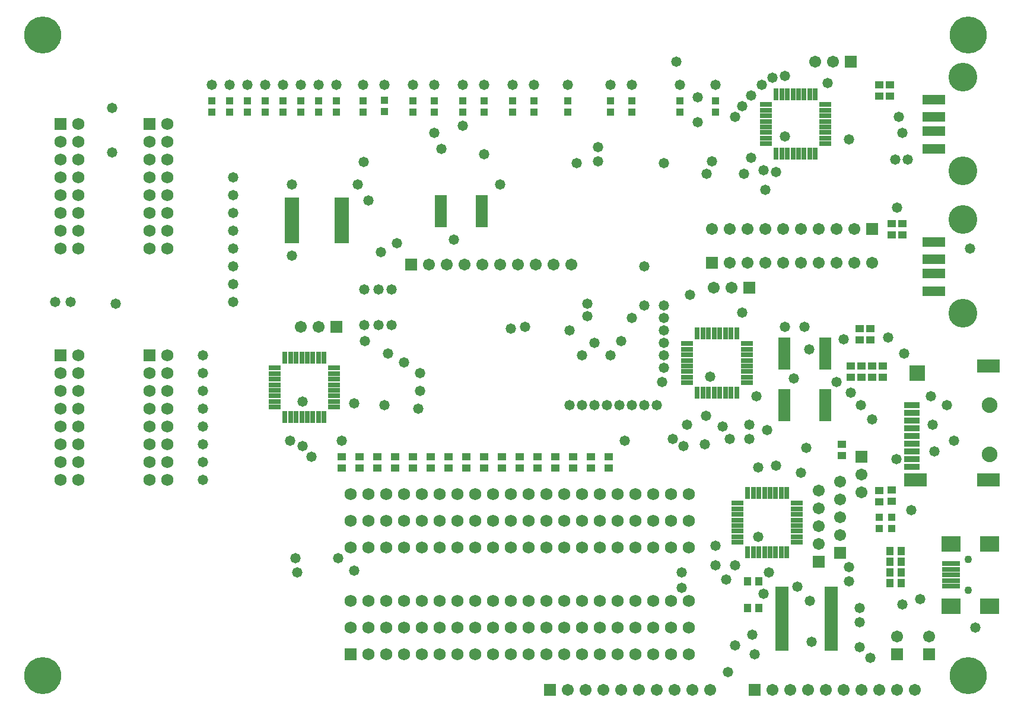
<source format=gts>
G04*
G04 #@! TF.GenerationSoftware,Altium Limited,Altium Designer,22.3.1 (43)*
G04*
G04 Layer_Color=8388736*
%FSLAX25Y25*%
%MOIN*%
G70*
G04*
G04 #@! TF.SameCoordinates,CC72978B-6F05-4AE3-AFEB-50B74E8C7AD0*
G04*
G04*
G04 #@! TF.FilePolarity,Negative*
G04*
G01*
G75*
%ADD32R,0.03162X0.06607*%
%ADD33R,0.06607X0.03162*%
%ADD34R,0.06607X0.02572*%
%ADD35R,0.12800X0.05524*%
%ADD36R,0.08674X0.03556*%
%ADD37R,0.12800X0.07800*%
%ADD38R,0.08674X0.08674*%
%ADD39R,0.12800X0.07800*%
%ADD40R,0.03950X0.03950*%
%ADD41R,0.03950X0.04540*%
%ADD42R,0.04540X0.03950*%
%ADD43R,0.07887X0.02572*%
%ADD44R,0.07493X0.02572*%
%ADD45R,0.09855X0.02769*%
%ADD46R,0.10642X0.08674*%
%ADD47C,0.06706*%
%ADD48R,0.06706X0.06706*%
%ADD49C,0.06800*%
%ADD50R,0.06800X0.06800*%
%ADD51C,0.16154*%
%ADD52C,0.08800*%
%ADD53C,0.06706*%
%ADD54R,0.06706X0.06706*%
%ADD55R,0.06706X0.06706*%
%ADD56R,0.06800X0.06800*%
%ADD57C,0.04343*%
%ADD58R,0.06706X0.06706*%
%ADD59C,0.20800*%
%ADD60C,0.05800*%
D32*
X441425Y346685D02*
D03*
X431976Y313315D02*
D03*
X435126D02*
D03*
X438276D02*
D03*
X441425D02*
D03*
X444575D02*
D03*
X447724D02*
D03*
X450874D02*
D03*
X454024D02*
D03*
Y346685D02*
D03*
X450874D02*
D03*
X447724D02*
D03*
X444575D02*
D03*
X438276D02*
D03*
X435126D02*
D03*
X431976D02*
D03*
X155976Y198685D02*
D03*
X159126D02*
D03*
X162276D02*
D03*
X168575D02*
D03*
X171724D02*
D03*
X174874D02*
D03*
X178024D02*
D03*
Y165315D02*
D03*
X174874D02*
D03*
X171724D02*
D03*
X168575D02*
D03*
X165425D02*
D03*
X162276D02*
D03*
X159126D02*
D03*
X155976D02*
D03*
X165425Y198685D02*
D03*
X415976Y122685D02*
D03*
X419126D02*
D03*
X422276D02*
D03*
X428575D02*
D03*
X431724D02*
D03*
X434874D02*
D03*
X438024D02*
D03*
Y89315D02*
D03*
X434874D02*
D03*
X431724D02*
D03*
X428575D02*
D03*
X425425D02*
D03*
X422276D02*
D03*
X419126D02*
D03*
X415976D02*
D03*
X425425Y122685D02*
D03*
X397150Y212370D02*
D03*
X387701Y179000D02*
D03*
X390850D02*
D03*
X394000D02*
D03*
X397150D02*
D03*
X400299D02*
D03*
X403449D02*
D03*
X406598D02*
D03*
X409748D02*
D03*
Y212370D02*
D03*
X406598D02*
D03*
X403449D02*
D03*
X400299D02*
D03*
X394000D02*
D03*
X390850D02*
D03*
X387701D02*
D03*
D33*
X459685Y325276D02*
D03*
X426315Y341024D02*
D03*
Y337874D02*
D03*
Y334724D02*
D03*
Y331575D02*
D03*
Y328425D02*
D03*
Y325276D02*
D03*
Y322126D02*
D03*
Y318976D02*
D03*
X459685D02*
D03*
Y322126D02*
D03*
Y328425D02*
D03*
Y331575D02*
D03*
Y334724D02*
D03*
Y337874D02*
D03*
Y341024D02*
D03*
X183685Y193024D02*
D03*
Y189874D02*
D03*
Y186724D02*
D03*
Y183575D02*
D03*
Y180425D02*
D03*
Y174126D02*
D03*
Y170976D02*
D03*
X150315D02*
D03*
Y174126D02*
D03*
Y177276D02*
D03*
Y180425D02*
D03*
Y183575D02*
D03*
Y186724D02*
D03*
Y189874D02*
D03*
Y193024D02*
D03*
X183685Y177276D02*
D03*
X443685Y117024D02*
D03*
Y113874D02*
D03*
Y110724D02*
D03*
Y107575D02*
D03*
Y104425D02*
D03*
Y98126D02*
D03*
Y94976D02*
D03*
X410315Y98126D02*
D03*
Y101276D02*
D03*
Y104425D02*
D03*
Y107575D02*
D03*
Y110724D02*
D03*
Y113874D02*
D03*
Y117024D02*
D03*
X443685Y101276D02*
D03*
X410315Y94976D02*
D03*
X415410Y190961D02*
D03*
X382039Y206709D02*
D03*
Y203559D02*
D03*
Y200409D02*
D03*
Y197260D02*
D03*
Y194110D02*
D03*
Y190961D02*
D03*
Y187811D02*
D03*
Y184661D02*
D03*
X415410D02*
D03*
Y187811D02*
D03*
Y194110D02*
D03*
Y197260D02*
D03*
Y200409D02*
D03*
Y203559D02*
D03*
Y206709D02*
D03*
D34*
X459567Y179677D02*
D03*
Y164323D02*
D03*
Y166882D02*
D03*
Y169441D02*
D03*
Y172000D02*
D03*
Y174559D02*
D03*
Y177118D02*
D03*
X436433Y179677D02*
D03*
Y177118D02*
D03*
Y174559D02*
D03*
Y172000D02*
D03*
Y169441D02*
D03*
Y166882D02*
D03*
Y164323D02*
D03*
X459567Y208677D02*
D03*
Y193323D02*
D03*
Y195882D02*
D03*
Y198441D02*
D03*
Y201000D02*
D03*
Y203559D02*
D03*
Y206118D02*
D03*
X436433Y208677D02*
D03*
Y206118D02*
D03*
Y203559D02*
D03*
Y201000D02*
D03*
Y198441D02*
D03*
Y195882D02*
D03*
Y193323D02*
D03*
X266567Y288677D02*
D03*
Y286118D02*
D03*
Y283559D02*
D03*
Y281000D02*
D03*
Y278441D02*
D03*
Y275882D02*
D03*
Y273323D02*
D03*
X243433Y275882D02*
D03*
Y278441D02*
D03*
Y281000D02*
D03*
Y283559D02*
D03*
Y286118D02*
D03*
Y288677D02*
D03*
Y273323D02*
D03*
D35*
X520500Y333937D02*
D03*
Y343779D02*
D03*
Y326063D02*
D03*
Y316220D02*
D03*
Y253937D02*
D03*
Y263779D02*
D03*
Y246063D02*
D03*
Y236221D02*
D03*
D36*
X508152Y137500D02*
D03*
Y141808D02*
D03*
Y146139D02*
D03*
Y154800D02*
D03*
Y159131D02*
D03*
Y163462D02*
D03*
X508181Y172124D02*
D03*
Y167793D02*
D03*
X508152Y150470D02*
D03*
D37*
X551348Y194000D02*
D03*
Y130000D02*
D03*
D38*
X511348Y190000D02*
D03*
D39*
X510120Y130000D02*
D03*
D40*
X256000Y336850D02*
D03*
Y343150D02*
D03*
X200000Y336850D02*
D03*
Y343150D02*
D03*
X228000Y336850D02*
D03*
Y343150D02*
D03*
X378000Y336850D02*
D03*
Y343150D02*
D03*
X185000Y336850D02*
D03*
Y343150D02*
D03*
X175000Y336850D02*
D03*
Y343150D02*
D03*
X125000Y336850D02*
D03*
Y343150D02*
D03*
X155000Y336850D02*
D03*
Y343150D02*
D03*
X115000Y336850D02*
D03*
Y343150D02*
D03*
X165000Y336850D02*
D03*
Y343150D02*
D03*
X398000Y336850D02*
D03*
Y343150D02*
D03*
X135000Y336850D02*
D03*
Y343150D02*
D03*
X145000Y336850D02*
D03*
Y343150D02*
D03*
X268000Y336850D02*
D03*
Y343150D02*
D03*
X240000Y336850D02*
D03*
Y343150D02*
D03*
X296000Y336850D02*
D03*
Y343150D02*
D03*
X212000Y337000D02*
D03*
Y343299D02*
D03*
X284000Y336850D02*
D03*
Y343150D02*
D03*
X315000Y336850D02*
D03*
Y343150D02*
D03*
X490000Y102850D02*
D03*
Y109150D02*
D03*
X497000Y102850D02*
D03*
Y109150D02*
D03*
X339000Y336850D02*
D03*
Y343150D02*
D03*
X351000Y336850D02*
D03*
Y343150D02*
D03*
D41*
X495850Y78000D02*
D03*
X502150D02*
D03*
X415850Y58000D02*
D03*
X422150D02*
D03*
X415850Y73000D02*
D03*
X422150D02*
D03*
X502150Y90000D02*
D03*
X495850D02*
D03*
X502150Y84000D02*
D03*
X495850D02*
D03*
Y72000D02*
D03*
X502150D02*
D03*
D42*
X486000Y194150D02*
D03*
Y187850D02*
D03*
X480000Y194150D02*
D03*
Y187850D02*
D03*
X497000Y118000D02*
D03*
Y124299D02*
D03*
X188000Y143150D02*
D03*
Y136850D02*
D03*
X490000Y117850D02*
D03*
Y124150D02*
D03*
X198000Y143150D02*
D03*
Y136850D02*
D03*
X208000Y143150D02*
D03*
Y136850D02*
D03*
X268000D02*
D03*
Y143150D02*
D03*
X228000D02*
D03*
Y136850D02*
D03*
X218000Y143150D02*
D03*
Y136850D02*
D03*
X248000Y143150D02*
D03*
Y136850D02*
D03*
X238000Y143150D02*
D03*
Y136850D02*
D03*
X338000D02*
D03*
Y143150D02*
D03*
X258000D02*
D03*
Y136850D02*
D03*
X298000D02*
D03*
Y143150D02*
D03*
X308000Y136850D02*
D03*
Y143150D02*
D03*
X278000Y136850D02*
D03*
Y143150D02*
D03*
X288000Y136850D02*
D03*
Y143150D02*
D03*
X328000Y136850D02*
D03*
Y143150D02*
D03*
X318000Y136850D02*
D03*
Y143150D02*
D03*
X469000Y150150D02*
D03*
Y143850D02*
D03*
X474000Y194150D02*
D03*
Y187850D02*
D03*
X496000Y352150D02*
D03*
Y345850D02*
D03*
X492000Y194150D02*
D03*
Y187850D02*
D03*
X485000Y215150D02*
D03*
Y208850D02*
D03*
X503000Y274150D02*
D03*
Y267850D02*
D03*
X490000Y352150D02*
D03*
Y345850D02*
D03*
X479000Y215150D02*
D03*
Y208850D02*
D03*
X497000Y274150D02*
D03*
Y267850D02*
D03*
D43*
X187976Y287516D02*
D03*
Y282398D02*
D03*
Y279839D02*
D03*
Y277279D02*
D03*
Y274721D02*
D03*
Y272161D02*
D03*
Y269602D02*
D03*
Y267043D02*
D03*
Y264484D02*
D03*
X160024Y267043D02*
D03*
Y269602D02*
D03*
Y272161D02*
D03*
Y274721D02*
D03*
Y277279D02*
D03*
Y279839D02*
D03*
Y282398D02*
D03*
Y284957D02*
D03*
X187976D02*
D03*
X160024Y287516D02*
D03*
Y264484D02*
D03*
D44*
X435220Y66075D02*
D03*
Y53280D02*
D03*
X462780Y43043D02*
D03*
Y50721D02*
D03*
Y60957D02*
D03*
Y63516D02*
D03*
Y68634D02*
D03*
Y66075D02*
D03*
Y58398D02*
D03*
Y55839D02*
D03*
Y53280D02*
D03*
Y48161D02*
D03*
Y45602D02*
D03*
Y40484D02*
D03*
Y37925D02*
D03*
Y35366D02*
D03*
X435220D02*
D03*
Y37925D02*
D03*
Y40484D02*
D03*
Y43043D02*
D03*
Y45602D02*
D03*
Y48161D02*
D03*
Y50721D02*
D03*
Y55839D02*
D03*
Y58398D02*
D03*
Y60957D02*
D03*
Y63516D02*
D03*
Y68634D02*
D03*
D45*
X530158Y76661D02*
D03*
Y73512D02*
D03*
Y70362D02*
D03*
Y79811D02*
D03*
Y82961D02*
D03*
D46*
X551811Y94181D02*
D03*
Y59142D02*
D03*
X530158Y94181D02*
D03*
Y59142D02*
D03*
D47*
X500000Y42000D02*
D03*
X518000D02*
D03*
X395000Y12000D02*
D03*
X345000D02*
D03*
X385000D02*
D03*
X335000D02*
D03*
X375000D02*
D03*
X325000D02*
D03*
X365000D02*
D03*
X315000D02*
D03*
X355000D02*
D03*
X510000Y12000D02*
D03*
X460000D02*
D03*
X500000D02*
D03*
X450000D02*
D03*
X490000D02*
D03*
X440000D02*
D03*
X480000D02*
D03*
X430000D02*
D03*
X470000D02*
D03*
X456000Y124000D02*
D03*
Y114000D02*
D03*
Y104000D02*
D03*
Y94000D02*
D03*
X396000Y271000D02*
D03*
X446000D02*
D03*
X406000D02*
D03*
X456000D02*
D03*
X416000D02*
D03*
X466000D02*
D03*
X426000D02*
D03*
X476000D02*
D03*
X436000D02*
D03*
X486000Y252000D02*
D03*
X436000D02*
D03*
X476000D02*
D03*
X426000D02*
D03*
X466000D02*
D03*
X416000D02*
D03*
X456000D02*
D03*
X406000D02*
D03*
X446000D02*
D03*
X317000Y251000D02*
D03*
X267000D02*
D03*
X307000D02*
D03*
X257000D02*
D03*
X297000D02*
D03*
X247000D02*
D03*
X287000D02*
D03*
X237000D02*
D03*
X277000D02*
D03*
X468000Y99000D02*
D03*
Y109000D02*
D03*
Y119000D02*
D03*
Y129000D02*
D03*
D48*
X500000Y32000D02*
D03*
X518000D02*
D03*
X305000Y12000D02*
D03*
X420000Y12000D02*
D03*
X486000Y271000D02*
D03*
X396000Y252000D02*
D03*
X227000Y251000D02*
D03*
D49*
X80000Y190000D02*
D03*
X90000Y200000D02*
D03*
X80000Y180000D02*
D03*
Y170000D02*
D03*
Y160000D02*
D03*
Y150000D02*
D03*
X90000Y190000D02*
D03*
Y180000D02*
D03*
Y170000D02*
D03*
Y160000D02*
D03*
Y150000D02*
D03*
Y140000D02*
D03*
Y130000D02*
D03*
X80000Y140000D02*
D03*
Y130000D02*
D03*
X30000Y190000D02*
D03*
X40000Y200000D02*
D03*
X30000Y180000D02*
D03*
Y170000D02*
D03*
Y160000D02*
D03*
Y150000D02*
D03*
X40000Y190000D02*
D03*
Y180000D02*
D03*
Y170000D02*
D03*
Y160000D02*
D03*
Y150000D02*
D03*
Y140000D02*
D03*
Y130000D02*
D03*
X30000Y140000D02*
D03*
Y130000D02*
D03*
Y320000D02*
D03*
X40000Y330000D02*
D03*
X30000Y310000D02*
D03*
Y300000D02*
D03*
Y290000D02*
D03*
Y280000D02*
D03*
X40000Y320000D02*
D03*
Y310000D02*
D03*
Y300000D02*
D03*
Y290000D02*
D03*
Y280000D02*
D03*
Y270000D02*
D03*
Y260000D02*
D03*
X30000D02*
D03*
Y270000D02*
D03*
X80000Y260000D02*
D03*
Y270000D02*
D03*
X90000Y260000D02*
D03*
Y270000D02*
D03*
Y280000D02*
D03*
Y290000D02*
D03*
Y300000D02*
D03*
Y310000D02*
D03*
Y320000D02*
D03*
X80000Y280000D02*
D03*
Y290000D02*
D03*
Y300000D02*
D03*
Y310000D02*
D03*
X90000Y330000D02*
D03*
X80000Y320000D02*
D03*
X193000Y92000D02*
D03*
X203000D02*
D03*
X213000D02*
D03*
X223000D02*
D03*
X233000D02*
D03*
X243000D02*
D03*
X253000D02*
D03*
X263000D02*
D03*
X273000D02*
D03*
X283000D02*
D03*
X293000D02*
D03*
X303000D02*
D03*
X313000D02*
D03*
X323000D02*
D03*
X333000D02*
D03*
X343000D02*
D03*
X193000Y62000D02*
D03*
X203000D02*
D03*
X213000D02*
D03*
X223000D02*
D03*
X233000D02*
D03*
X243000D02*
D03*
X253000D02*
D03*
X263000D02*
D03*
X273000D02*
D03*
X283000D02*
D03*
X293000D02*
D03*
X303000D02*
D03*
X313000D02*
D03*
X323000D02*
D03*
X333000D02*
D03*
X343000D02*
D03*
X353000D02*
D03*
X363000D02*
D03*
X373000D02*
D03*
X203000Y32000D02*
D03*
X213000D02*
D03*
X223000D02*
D03*
X233000D02*
D03*
X243000D02*
D03*
X253000D02*
D03*
X263000D02*
D03*
X273000D02*
D03*
X283000D02*
D03*
X293000D02*
D03*
X303000D02*
D03*
X313000D02*
D03*
X323000D02*
D03*
X333000D02*
D03*
X343000D02*
D03*
X353000D02*
D03*
X363000D02*
D03*
X233000Y122000D02*
D03*
X243000D02*
D03*
X253000D02*
D03*
X263000D02*
D03*
X273000D02*
D03*
X283000D02*
D03*
X293000D02*
D03*
X313000D02*
D03*
X323000D02*
D03*
X333000D02*
D03*
X343000D02*
D03*
X363000D02*
D03*
X373000D02*
D03*
X383000D02*
D03*
X373000Y32000D02*
D03*
X223000Y122000D02*
D03*
X213000D02*
D03*
X203000D02*
D03*
X193000D02*
D03*
X383000Y32000D02*
D03*
X193000Y47000D02*
D03*
X203000D02*
D03*
X213000D02*
D03*
X223000D02*
D03*
X233000D02*
D03*
X243000D02*
D03*
X253000D02*
D03*
X263000D02*
D03*
X273000D02*
D03*
X283000D02*
D03*
X293000D02*
D03*
X303000D02*
D03*
X313000D02*
D03*
X323000D02*
D03*
X333000D02*
D03*
X343000D02*
D03*
X353000D02*
D03*
X363000D02*
D03*
X373000D02*
D03*
X383000D02*
D03*
X193000Y107000D02*
D03*
X203000D02*
D03*
X213000D02*
D03*
X223000D02*
D03*
X233000D02*
D03*
X243000D02*
D03*
X253000D02*
D03*
X263000D02*
D03*
X273000D02*
D03*
X283000D02*
D03*
X293000D02*
D03*
X303000D02*
D03*
X313000D02*
D03*
X323000D02*
D03*
X333000D02*
D03*
X343000D02*
D03*
X353000D02*
D03*
X363000D02*
D03*
X373000D02*
D03*
X383000D02*
D03*
X303000Y122000D02*
D03*
X353000D02*
D03*
X383000Y92000D02*
D03*
X373000D02*
D03*
X383000Y62000D02*
D03*
X353000Y92000D02*
D03*
X363000D02*
D03*
D50*
X80000Y200000D02*
D03*
X30000D02*
D03*
Y330000D02*
D03*
X80000D02*
D03*
D51*
X536929Y356378D02*
D03*
Y303622D02*
D03*
Y276378D02*
D03*
Y223622D02*
D03*
D52*
X551848Y144500D02*
D03*
Y172000D02*
D03*
D53*
X175000Y216000D02*
D03*
X165000D02*
D03*
X464000Y365000D02*
D03*
X454000D02*
D03*
X397000Y238000D02*
D03*
X407000D02*
D03*
X480000Y123000D02*
D03*
Y133000D02*
D03*
D54*
X185000Y216000D02*
D03*
X474000Y365000D02*
D03*
X417000Y238000D02*
D03*
D55*
X456000Y84000D02*
D03*
X468000Y89000D02*
D03*
D56*
X193000Y32000D02*
D03*
D57*
X540000Y85323D02*
D03*
Y68000D02*
D03*
D58*
X480000Y143000D02*
D03*
D59*
X540000Y380000D02*
D03*
X20000D02*
D03*
X540000Y20000D02*
D03*
X20000D02*
D03*
D60*
X388000Y345000D02*
D03*
X59000Y314000D02*
D03*
Y339000D02*
D03*
X426000Y293000D02*
D03*
X392000Y150000D02*
D03*
X244000Y316000D02*
D03*
X256000Y329000D02*
D03*
X208500Y217000D02*
D03*
X200500D02*
D03*
X208500Y237000D02*
D03*
X200500D02*
D03*
X268000Y313000D02*
D03*
X212000Y172000D02*
D03*
X216000Y217000D02*
D03*
X214000Y201000D02*
D03*
X223000Y196000D02*
D03*
X231000Y170000D02*
D03*
X232000Y180000D02*
D03*
Y190000D02*
D03*
X320000Y308000D02*
D03*
X240000Y325000D02*
D03*
X326000Y222000D02*
D03*
X291000Y216000D02*
D03*
X283000Y215000D02*
D03*
X402000Y160000D02*
D03*
X382000Y161000D02*
D03*
X392500Y166000D02*
D03*
X406000Y153000D02*
D03*
X326000Y229000D02*
D03*
X369000Y308000D02*
D03*
X332000Y309000D02*
D03*
X358000Y250000D02*
D03*
X332000Y317000D02*
D03*
X376000Y365000D02*
D03*
X506000Y310000D02*
D03*
X388000Y331000D02*
D03*
X219000Y263000D02*
D03*
X216000Y237000D02*
D03*
X201000Y208000D02*
D03*
X195000Y173000D02*
D03*
X210000Y258000D02*
D03*
X203000Y287000D02*
D03*
X200235Y308765D02*
D03*
X277000Y296000D02*
D03*
X251000Y265000D02*
D03*
X398000Y352000D02*
D03*
X378000D02*
D03*
X351000D02*
D03*
X339000D02*
D03*
X315000D02*
D03*
X296000D02*
D03*
X284000D02*
D03*
X268000D02*
D03*
X256000D02*
D03*
X240000D02*
D03*
X228000D02*
D03*
X212000D02*
D03*
X200000D02*
D03*
X437000Y357000D02*
D03*
X430000Y356000D02*
D03*
X197000Y296000D02*
D03*
X160000D02*
D03*
Y256000D02*
D03*
X61000Y229000D02*
D03*
X35500Y230000D02*
D03*
X27000D02*
D03*
X127000D02*
D03*
X185000Y352000D02*
D03*
X175000D02*
D03*
X165000D02*
D03*
X155000D02*
D03*
X145000D02*
D03*
X135000D02*
D03*
X125000D02*
D03*
X115000D02*
D03*
X127000Y280000D02*
D03*
Y270000D02*
D03*
Y240000D02*
D03*
X396000Y309000D02*
D03*
X393000Y302000D02*
D03*
X413000Y340000D02*
D03*
X409000Y334000D02*
D03*
X418000Y346000D02*
D03*
X424000Y352000D02*
D03*
X383500Y234000D02*
D03*
X414000Y302000D02*
D03*
X418000Y311000D02*
D03*
X499000Y310000D02*
D03*
X425000Y304000D02*
D03*
X432000Y303000D02*
D03*
X503000Y325000D02*
D03*
X473000Y321500D02*
D03*
X461000Y353000D02*
D03*
X501000Y334000D02*
D03*
X541000Y260000D02*
D03*
X500000Y283000D02*
D03*
X437000Y323000D02*
D03*
X425000Y66000D02*
D03*
X404000Y74000D02*
D03*
X398000Y82000D02*
D03*
X446000Y134000D02*
D03*
X432000Y138000D02*
D03*
X422000Y137000D02*
D03*
X398000Y93000D02*
D03*
X409000Y82000D02*
D03*
X473000Y81000D02*
D03*
Y73000D02*
D03*
X379000Y78000D02*
D03*
Y69500D02*
D03*
X428000Y78000D02*
D03*
X421000Y177000D02*
D03*
X427000Y158000D02*
D03*
X417000Y161000D02*
D03*
X413000Y224000D02*
D03*
X486000Y164000D02*
D03*
X450586Y203559D02*
D03*
X448000Y216000D02*
D03*
X499586Y141808D02*
D03*
X495000Y210000D02*
D03*
X504000Y201000D02*
D03*
X437000Y216000D02*
D03*
X417000Y153000D02*
D03*
X449000Y148000D02*
D03*
X380000Y149000D02*
D03*
X368000Y185000D02*
D03*
X374000Y153000D02*
D03*
X395000Y188000D02*
D03*
X345000Y208000D02*
D03*
X330000Y172000D02*
D03*
X316000Y214000D02*
D03*
X358000Y228000D02*
D03*
X351000Y221000D02*
D03*
X369000D02*
D03*
Y228000D02*
D03*
Y193000D02*
D03*
X323000Y200000D02*
D03*
X330000Y207000D02*
D03*
X369000Y200000D02*
D03*
X339000D02*
D03*
X369000Y207000D02*
D03*
Y214000D02*
D03*
X409000Y37000D02*
D03*
X418500Y43000D02*
D03*
X195000Y79000D02*
D03*
X444000Y70000D02*
D03*
X186000Y86000D02*
D03*
X162000D02*
D03*
X163000Y78000D02*
D03*
X405000Y22000D02*
D03*
X420000Y32000D02*
D03*
X520000Y161000D02*
D03*
X528000Y172000D02*
D03*
X513000Y63000D02*
D03*
X442000Y187000D02*
D03*
X466000Y185000D02*
D03*
X470000Y209000D02*
D03*
X474000Y179000D02*
D03*
X521000Y146000D02*
D03*
X479414Y172000D02*
D03*
X519000Y177000D02*
D03*
X365000Y172000D02*
D03*
X358000D02*
D03*
X351000D02*
D03*
X344000D02*
D03*
X337000D02*
D03*
X323000D02*
D03*
X316000D02*
D03*
X110000Y130000D02*
D03*
Y140000D02*
D03*
Y150000D02*
D03*
Y160000D02*
D03*
Y170000D02*
D03*
Y180000D02*
D03*
Y190000D02*
D03*
Y200000D02*
D03*
X127000Y250000D02*
D03*
Y260000D02*
D03*
Y290000D02*
D03*
Y300000D02*
D03*
X508000Y113000D02*
D03*
X451000Y62000D02*
D03*
X347000Y152000D02*
D03*
X544000Y47000D02*
D03*
X503004Y59996D02*
D03*
X532000Y152000D02*
D03*
X479000Y36000D02*
D03*
X452000Y39000D02*
D03*
X485000Y30000D02*
D03*
X479000Y58000D02*
D03*
Y50000D02*
D03*
X422000Y98000D02*
D03*
X188000Y152000D02*
D03*
X171000Y143000D02*
D03*
X166000Y149000D02*
D03*
X159000Y152000D02*
D03*
X166000Y174000D02*
D03*
M02*

</source>
